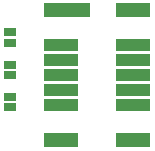
<source format=gts>
G04 #@! TF.FileFunction,Soldermask,Top*
%FSLAX46Y46*%
G04 Gerber Fmt 4.6, Leading zero omitted, Abs format (unit mm)*
G04 Created by KiCad (PCBNEW 4.0.7-e2-6376~58~ubuntu16.04.1) date Thu Aug  2 19:24:01 2018*
%MOMM*%
%LPD*%
G01*
G04 APERTURE LIST*
%ADD10C,0.100000*%
%ADD11R,1.000000X0.800000*%
%ADD12R,4.000000X1.200000*%
%ADD13R,3.000000X1.100000*%
%ADD14R,3.000000X1.200000*%
G04 APERTURE END LIST*
D10*
D11*
X154450000Y-99975000D03*
X154450000Y-100875000D03*
X154450000Y-97275000D03*
X154450000Y-98175000D03*
X154450000Y-94525000D03*
X154450000Y-95425000D03*
D12*
X159325000Y-92675000D03*
D13*
X158825000Y-98175000D03*
X158825000Y-99445000D03*
X158825000Y-100715000D03*
X158825000Y-96905000D03*
X158825000Y-95635000D03*
X164925000Y-95635000D03*
X164925000Y-100715000D03*
X164925000Y-99445000D03*
X164925000Y-98175000D03*
X164925000Y-96905000D03*
D14*
X164925000Y-92675000D03*
X164925000Y-103675000D03*
X158825000Y-103675000D03*
M02*

</source>
